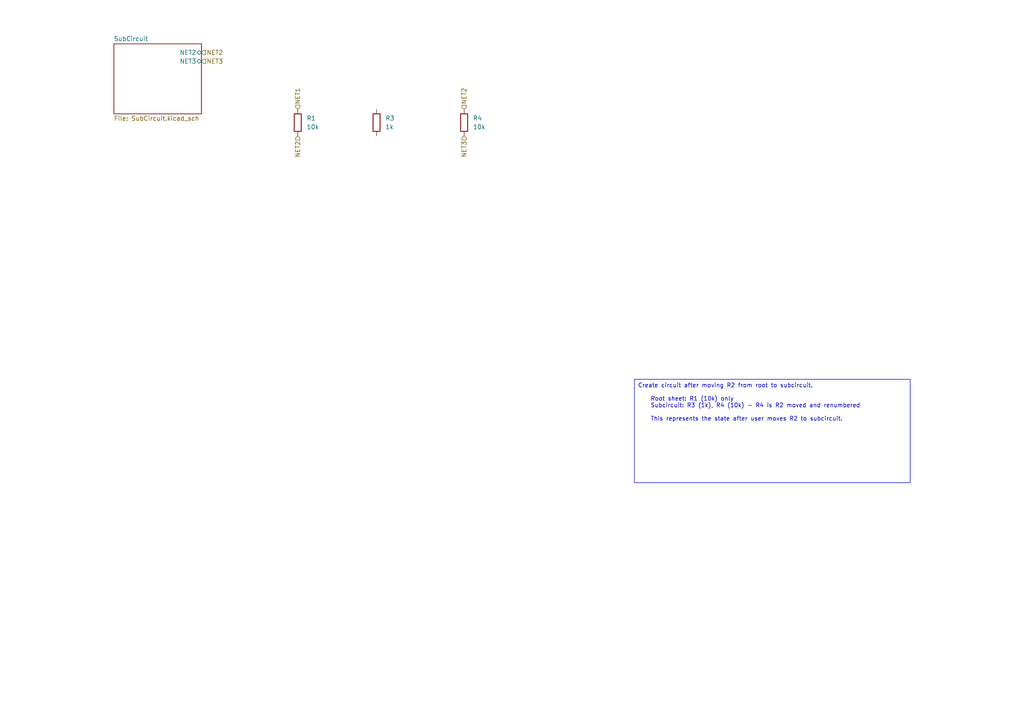
<source format=kicad_sch>
(kicad_sch (version 20250114) (generator "circuit_synth") (generator_version "0.8.36")
  (paper "A4")
  (title_block (title "multi_sheet_after"))
  (lib_symbols
    (symbol "Device:R" (pin_numbers (hide yes)) (pin_names (offset 0))
      (property "Reference" "R" (at 2.032 0 90))
      (property "Value" "R" (at 0 0 90))
      (symbol "R_0_1"
        (rectangle (start -1.016 -2.54) (end 1.016 2.54) (stroke (width 0.254)))
      )
      (symbol "R_1_1"
        (pin passive line (at 0 3.81 270) (length 1.27) (name "~") (number "1"))
        (pin passive line (at 0 -3.81 90) (length 1.27) (name "~") (number "2"))
      )
    )
  )
  (symbol (lib_id "Device:R") (at 86.36 35.56 0) (unit 1)
    (property "Reference" "R1" (at 88.9 34.2899 0) (effects (justify left)))
    (property "Value" "10k" (at 88.9 36.8299 0) (effects (justify left)))
    (property "Footprint" "Resistor_SMD:R_0603_1608Metric" (effects (hide yes)))
    (property "hierarchy_path" "/c5e47ceb-41e0-4e47-bc09-dd2052f356d9" (effects (hide yes)))
    (property "project_name" "multi_sheet_after" (effects (hide yes)))
    (property "root_uuid" "c5e47ceb-41e0-4e47-bc09-dd2052f356d9" (effects (hide yes)))
  )
  (symbol (lib_id "Device:R") (at 109.22 35.56 0) (unit 1)
    (property "Reference" "R3" (at 111.76 34.2899 0) (effects (justify left)))
    (property "Value" "1k" (at 111.76 36.8299 0) (effects (justify left)))
    (property "Footprint" "Resistor_SMD:R_0603_1608Metric" (effects (hide yes)))
    (property "hierarchy_path" "/c5e47ceb-41e0-4e47-bc09-dd2052f356d9" (effects (hide yes)))
    (property "project_name" "multi_sheet_after" (effects (hide yes)))
    (property "root_uuid" "c5e47ceb-41e0-4e47-bc09-dd2052f356d9" (effects (hide yes)))
  )
  (symbol (lib_id "Device:R") (at 134.62 35.56 0) (unit 1)
    (property "Reference" "R4" (at 137.16 34.2899 0) (effects (justify left)))
    (property "Value" "10k" (at 137.16 36.8299 0) (effects (justify left)))
    (property "Footprint" "Resistor_SMD:R_0603_1608Metric" (effects (hide yes)))
    (property "hierarchy_path" "/c5e47ceb-41e0-4e47-bc09-dd2052f356d9" (effects (hide yes)))
    (property "project_name" "multi_sheet_after" (effects (hide yes)))
    (property "root_uuid" "c5e47ceb-41e0-4e47-bc09-dd2052f356d9" (effects (hide yes)))
  )
  (hierarchical_label "NET1" (shape input) (at 86.36 31.75 90))
  (hierarchical_label "NET2" (shape input) (at 86.36 39.37 270))
  (hierarchical_label "NET2" (shape input) (at 134.62 31.75 90))
  (hierarchical_label "NET3" (shape input) (at 134.62 39.37 270))
  (hierarchical_label "NET2" (shape input) (at 58.42 15.24 0.0000))
  (hierarchical_label "NET3" (shape input) (at 58.42 17.78 0.0000))
  (text_box "Create circuit after moving R2 from root to subcircuit.\n\n    Root sheet: R1 (10k) only\n    Subcircuit: R3 (1k), R4 (10k) - R4 is R2 moved and renumbered\n\n    This represents the state after user moves R2 to subcircuit." (at 184 110 0) (size 80 30) (margins 1 1 1 1) (effects (font (size 1.2 1.2)) (justify left top)))
  (sheet (at 33.02 12.7) (size 25.4 20.32) (stroke (width 0.1524))
    (property "Sheetname" "SubCircuit" (at 33.02 11.9884 0) (effects (justify left bottom)))
    (property "Sheetfile" "SubCircuit.kicad_sch" (at 33.02 33.6046 0) (effects (justify left top)))
    (pin "NET2" bidirectional (at 57.15 15.24 0))
    (pin "NET3" bidirectional (at 57.15 17.78 0))
  )
)
</source>
